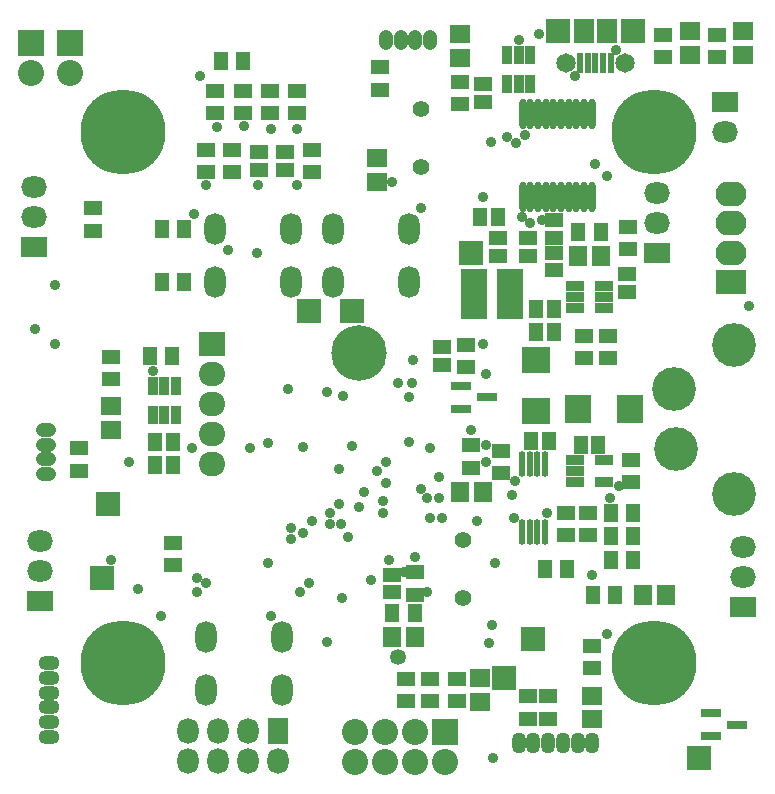
<source format=gts>
G04*
G04 #@! TF.GenerationSoftware,Altium Limited,Altium Designer,19.1.1 (5)*
G04*
G04 Layer_Color=8388736*
%FSLAX25Y25*%
%MOIN*%
G70*
G01*
G75*
%ADD34R,0.04800X0.06300*%
%ADD35R,0.06300X0.04800*%
%ADD36R,0.06312X0.05131*%
%ADD37R,0.05131X0.06312*%
%ADD38R,0.06312X0.06706*%
%ADD39R,0.06706X0.06312*%
%ADD40R,0.03556X0.05918*%
%ADD41R,0.07099X0.03162*%
%ADD42R,0.07887X0.08280*%
%ADD43R,0.06706X0.08280*%
%ADD44R,0.02375X0.06902*%
%ADD45O,0.02572X0.10249*%
%ADD46R,0.08674X0.09800*%
%ADD47R,0.08674X0.16548*%
%ADD48R,0.09800X0.08674*%
%ADD49O,0.02178X0.08674*%
%ADD50R,0.05918X0.03556*%
%ADD51C,0.08674*%
%ADD52R,0.08674X0.08674*%
%ADD53R,0.08280X0.08280*%
%ADD54R,0.08280X0.08280*%
%ADD55C,0.14580*%
%ADD56C,0.28359*%
%ADD57O,0.08674X0.07099*%
%ADD58R,0.08674X0.07099*%
%ADD59O,0.07099X0.10642*%
%ADD60O,0.06706X0.04934*%
%ADD61O,0.07099X0.08674*%
%ADD62R,0.07099X0.08674*%
%ADD63O,0.07099X0.04934*%
%ADD64O,0.10249X0.08280*%
%ADD65R,0.10249X0.08280*%
%ADD66O,0.04934X0.06706*%
%ADD67O,0.05131X0.07099*%
%ADD68C,0.06509*%
%ADD69C,0.05524*%
%ADD70O,0.04934X0.07099*%
%ADD71C,0.18517*%
%ADD72O,0.08674X0.08280*%
%ADD73R,0.08674X0.08280*%
%ADD74R,0.08674X0.08674*%
%ADD75C,0.03600*%
%ADD76C,0.05300*%
D34*
X20432Y126969D02*
D03*
X13032D02*
D03*
X20432Y144685D02*
D03*
X13032D02*
D03*
X159212Y143701D02*
D03*
X151812D02*
D03*
X148057Y31496D02*
D03*
X140657D02*
D03*
X164133Y22638D02*
D03*
X156733D02*
D03*
X9095Y102362D02*
D03*
X16495D02*
D03*
X170039Y50197D02*
D03*
X162639D02*
D03*
Y42323D02*
D03*
X170039D02*
D03*
X40117Y200787D02*
D03*
X32717D02*
D03*
X162639Y34449D02*
D03*
X170039D02*
D03*
X97204Y16732D02*
D03*
X89804D02*
D03*
D35*
X153543Y109015D02*
D03*
Y101615D02*
D03*
X161594Y101733D02*
D03*
Y109133D02*
D03*
X112205Y186261D02*
D03*
Y193661D02*
D03*
X156496Y5669D02*
D03*
Y-1732D02*
D03*
X147638Y42560D02*
D03*
Y49960D02*
D03*
X154921D02*
D03*
Y42560D02*
D03*
X197835Y209409D02*
D03*
Y202009D02*
D03*
X180118D02*
D03*
Y209409D02*
D03*
X-3937Y102125D02*
D03*
Y94725D02*
D03*
X111221Y-5158D02*
D03*
Y-12558D02*
D03*
X169291Y60276D02*
D03*
Y67676D02*
D03*
X97441Y30275D02*
D03*
Y22875D02*
D03*
X116142Y72598D02*
D03*
Y65198D02*
D03*
X114173Y106062D02*
D03*
Y98662D02*
D03*
X40128Y183308D02*
D03*
Y190708D02*
D03*
X48987D02*
D03*
Y183308D02*
D03*
X57845D02*
D03*
Y190708D02*
D03*
X62992Y171023D02*
D03*
Y163623D02*
D03*
X27559D02*
D03*
Y171023D02*
D03*
X30512Y190708D02*
D03*
Y183308D02*
D03*
X36417Y171023D02*
D03*
Y163623D02*
D03*
X16732Y40117D02*
D03*
Y32717D02*
D03*
X-10000Y151600D02*
D03*
Y144200D02*
D03*
X168307Y138032D02*
D03*
Y145432D02*
D03*
X134843Y-18464D02*
D03*
Y-11064D02*
D03*
X141732D02*
D03*
Y-18464D02*
D03*
X94488Y-5158D02*
D03*
Y-12558D02*
D03*
X102362D02*
D03*
Y-5158D02*
D03*
X-14764Y64213D02*
D03*
Y71613D02*
D03*
X85630Y198582D02*
D03*
Y191182D02*
D03*
X125984Y70629D02*
D03*
Y63229D02*
D03*
D36*
X143701Y141732D02*
D03*
Y147638D02*
D03*
X168110Y129680D02*
D03*
Y123775D02*
D03*
X125000Y141732D02*
D03*
Y135827D02*
D03*
X143701Y130905D02*
D03*
Y136811D02*
D03*
X134843Y141732D02*
D03*
Y135827D02*
D03*
X120079Y192913D02*
D03*
Y187008D02*
D03*
X89567Y23622D02*
D03*
Y29528D02*
D03*
X106299Y99409D02*
D03*
Y105315D02*
D03*
X45276Y164370D02*
D03*
Y170276D02*
D03*
X54134D02*
D03*
Y164370D02*
D03*
D37*
X143701Y110236D02*
D03*
X137795D02*
D03*
Y118110D02*
D03*
X143701D02*
D03*
X152559Y72835D02*
D03*
X158465D02*
D03*
X119095Y148622D02*
D03*
X125000D02*
D03*
X16732Y65945D02*
D03*
X10827D02*
D03*
Y73819D02*
D03*
X16732D02*
D03*
X141853Y73900D02*
D03*
X135947D02*
D03*
D38*
X97441Y8858D02*
D03*
X89567D02*
D03*
X120079Y57087D02*
D03*
X112205D02*
D03*
X173228Y22638D02*
D03*
X181102D02*
D03*
X159449Y135827D02*
D03*
X151575D02*
D03*
D39*
X-3937Y85630D02*
D03*
Y77756D02*
D03*
X112205Y201772D02*
D03*
Y209646D02*
D03*
X84646Y168307D02*
D03*
Y160433D02*
D03*
X206693Y202756D02*
D03*
Y210630D02*
D03*
X188976Y202756D02*
D03*
Y210630D02*
D03*
X119095Y-12795D02*
D03*
Y-4921D02*
D03*
X156496Y-10827D02*
D03*
Y-18701D02*
D03*
D40*
X17520Y92323D02*
D03*
X13780D02*
D03*
X10039D02*
D03*
Y82874D02*
D03*
X13780D02*
D03*
X17520D02*
D03*
X135630Y202559D02*
D03*
X131890D02*
D03*
X128149D02*
D03*
Y193110D02*
D03*
X131890D02*
D03*
X135630D02*
D03*
D41*
X195866Y-16732D02*
D03*
Y-24213D02*
D03*
X204527Y-20472D02*
D03*
X112795Y92323D02*
D03*
Y84843D02*
D03*
X121457Y88583D02*
D03*
D42*
X144882Y210630D02*
D03*
X170079D02*
D03*
D43*
X153543D02*
D03*
X161417D02*
D03*
D44*
X152362Y200098D02*
D03*
X154921D02*
D03*
X157480D02*
D03*
X160039D02*
D03*
X162599D02*
D03*
D45*
X133169Y155512D02*
D03*
X135728D02*
D03*
X138287D02*
D03*
X140847D02*
D03*
X143405D02*
D03*
X145965D02*
D03*
X148524D02*
D03*
X151083D02*
D03*
X153642D02*
D03*
X156201D02*
D03*
X133169Y183071D02*
D03*
X135728D02*
D03*
X138287D02*
D03*
X140847D02*
D03*
X143405D02*
D03*
X145965D02*
D03*
X148524D02*
D03*
X151083D02*
D03*
X153642D02*
D03*
X156201D02*
D03*
D46*
X151706Y84646D02*
D03*
X168847D02*
D03*
D47*
X128937Y123031D02*
D03*
X117126D02*
D03*
D48*
X137795Y101091D02*
D03*
Y83949D02*
D03*
D49*
X140649Y66535D02*
D03*
X138091D02*
D03*
X135531D02*
D03*
X132973D02*
D03*
X140649Y43701D02*
D03*
X138091D02*
D03*
X135531D02*
D03*
X132973D02*
D03*
D50*
X150787Y125787D02*
D03*
Y122047D02*
D03*
Y118307D02*
D03*
X160236D02*
D03*
Y122047D02*
D03*
Y125787D02*
D03*
X150787Y67716D02*
D03*
Y63976D02*
D03*
Y60236D02*
D03*
X160236D02*
D03*
Y67716D02*
D03*
D51*
X77244Y-32972D02*
D03*
Y-22973D02*
D03*
X87244Y-32972D02*
D03*
Y-22973D02*
D03*
X97244Y-32972D02*
D03*
Y-22973D02*
D03*
X107244Y-32972D02*
D03*
X-30512Y196693D02*
D03*
X-17717D02*
D03*
D52*
X107244Y-22973D02*
D03*
D53*
X-6890Y28543D02*
D03*
X191929Y-31496D02*
D03*
X136700Y8000D02*
D03*
X62100Y117400D02*
D03*
X76200Y117500D02*
D03*
D54*
X-4921Y53150D02*
D03*
X116142Y136811D02*
D03*
X126969Y-4921D02*
D03*
D55*
X203800Y56300D02*
D03*
X203530Y106000D02*
D03*
X184400Y71500D02*
D03*
X183800Y91300D02*
D03*
D56*
X-0Y177165D02*
D03*
X177165D02*
D03*
Y-0D02*
D03*
X-0D02*
D03*
D57*
X-29528Y158780D02*
D03*
Y148779D02*
D03*
X-27559Y40669D02*
D03*
Y30669D02*
D03*
X206693Y28701D02*
D03*
Y38701D02*
D03*
X200787Y177008D02*
D03*
X178149Y146811D02*
D03*
Y156811D02*
D03*
D58*
X-29528Y138779D02*
D03*
X-27559Y20669D02*
D03*
X206693Y18701D02*
D03*
X200787Y187008D02*
D03*
X178149Y136811D02*
D03*
D59*
X69882Y126969D02*
D03*
X95473D02*
D03*
X69882Y144685D02*
D03*
X95473D02*
D03*
X30512Y126969D02*
D03*
X56102D02*
D03*
X30512Y144685D02*
D03*
X56102D02*
D03*
X53150Y8858D02*
D03*
X27559D02*
D03*
X53150Y-8858D02*
D03*
X27559D02*
D03*
D60*
X-25591Y62992D02*
D03*
Y67913D02*
D03*
Y72835D02*
D03*
Y77756D02*
D03*
D61*
X21654Y-32638D02*
D03*
Y-22638D02*
D03*
X31653Y-32638D02*
D03*
Y-22638D02*
D03*
X41653Y-32638D02*
D03*
Y-22638D02*
D03*
X51653Y-32638D02*
D03*
D62*
Y-22638D02*
D03*
D63*
X-24606Y-24606D02*
D03*
Y-19685D02*
D03*
Y-14764D02*
D03*
Y-9842D02*
D03*
Y-4921D02*
D03*
Y-0D02*
D03*
D64*
X202756Y156496D02*
D03*
Y146653D02*
D03*
Y136811D02*
D03*
D65*
Y126969D02*
D03*
D66*
X102362Y207677D02*
D03*
X97441D02*
D03*
X92520D02*
D03*
X87599D02*
D03*
D67*
X143701Y210630D02*
D03*
X171260D02*
D03*
D68*
X147638Y200000D02*
D03*
X167323D02*
D03*
D69*
X99410Y165354D02*
D03*
Y184646D02*
D03*
X113189Y40945D02*
D03*
Y21654D02*
D03*
D70*
X131890Y-26575D02*
D03*
X136811D02*
D03*
X141732D02*
D03*
X146653D02*
D03*
X151575D02*
D03*
X156496D02*
D03*
D71*
X78740Y103543D02*
D03*
D72*
X29528Y66299D02*
D03*
Y76299D02*
D03*
Y86299D02*
D03*
Y96299D02*
D03*
D73*
Y106299D02*
D03*
D74*
X-30512Y206693D02*
D03*
X-17717D02*
D03*
D75*
X71850Y53150D02*
D03*
X68898Y50197D02*
D03*
Y46260D02*
D03*
X62992Y47244D02*
D03*
X105200Y61900D02*
D03*
X141300Y49900D02*
D03*
X130315Y48228D02*
D03*
X129800Y56200D02*
D03*
X105400Y55100D02*
D03*
X106299Y48228D02*
D03*
X102362D02*
D03*
X130734Y60600D02*
D03*
X132874Y148622D02*
D03*
X139764Y147638D02*
D03*
X128075Y175319D02*
D03*
X130905Y173228D02*
D03*
X122600Y173700D02*
D03*
X56000Y45100D02*
D03*
X72700Y46500D02*
D03*
X86614Y50197D02*
D03*
X78740Y52165D02*
D03*
X86614Y54134D02*
D03*
X80300Y57000D02*
D03*
X99300Y58200D02*
D03*
X101300Y55200D02*
D03*
X123100Y12700D02*
D03*
X122000Y6800D02*
D03*
X40400Y178900D02*
D03*
X96778Y101078D02*
D03*
X73400Y89000D02*
D03*
X76300Y72400D02*
D03*
X60100Y71900D02*
D03*
X72158Y64622D02*
D03*
X-29331Y111221D02*
D03*
X48228Y33465D02*
D03*
X82677Y27559D02*
D03*
X161417Y162402D02*
D03*
X-3937Y34449D02*
D03*
X208661Y119095D02*
D03*
X24606Y28543D02*
D03*
X131890Y207677D02*
D03*
X150591Y195866D02*
D03*
X49213Y15748D02*
D03*
X12795D02*
D03*
X95472Y73819D02*
D03*
X97441Y35433D02*
D03*
X116142Y77756D02*
D03*
X42323Y71851D02*
D03*
X48228Y73425D02*
D03*
X9843Y97441D02*
D03*
X72835Y21654D02*
D03*
X67913Y6890D02*
D03*
X-22638Y106299D02*
D03*
Y125984D02*
D03*
X121063Y72835D02*
D03*
X101378Y23622D02*
D03*
X162402Y55118D02*
D03*
X95472Y88583D02*
D03*
X88582Y34449D02*
D03*
X124016Y33465D02*
D03*
X89596Y160433D02*
D03*
X91535Y93504D02*
D03*
X96457D02*
D03*
X138779Y209646D02*
D03*
X164370Y204528D02*
D03*
X62008Y26575D02*
D03*
X27559D02*
D03*
X59055Y23622D02*
D03*
X24606D02*
D03*
X156496Y29528D02*
D03*
X161417Y9843D02*
D03*
X84646Y63976D02*
D03*
X56102Y41339D02*
D03*
X60039Y43307D02*
D03*
X67913Y90551D02*
D03*
X93504Y30512D02*
D03*
X87598Y60039D02*
D03*
X49213Y178150D02*
D03*
X55118Y91535D02*
D03*
X57874Y178150D02*
D03*
X25591Y195866D02*
D03*
X44882Y159449D02*
D03*
X27559D02*
D03*
X23819Y149606D02*
D03*
X57874Y159449D02*
D03*
X135827Y146653D02*
D03*
X99410Y151575D02*
D03*
X102362Y71850D02*
D03*
X121063Y96457D02*
D03*
X157480Y166339D02*
D03*
X133858Y176181D02*
D03*
X4921Y24606D02*
D03*
X87598Y66929D02*
D03*
X31201Y178839D02*
D03*
X118110Y47244D02*
D03*
X165354Y59055D02*
D03*
X121063Y66929D02*
D03*
X120079Y106299D02*
D03*
Y155512D02*
D03*
X74900Y42000D02*
D03*
X22900Y71700D02*
D03*
X2000Y66900D02*
D03*
X44700Y136600D02*
D03*
X35000Y137600D02*
D03*
X123300Y-31500D02*
D03*
D76*
X91535Y1969D02*
D03*
M02*

</source>
